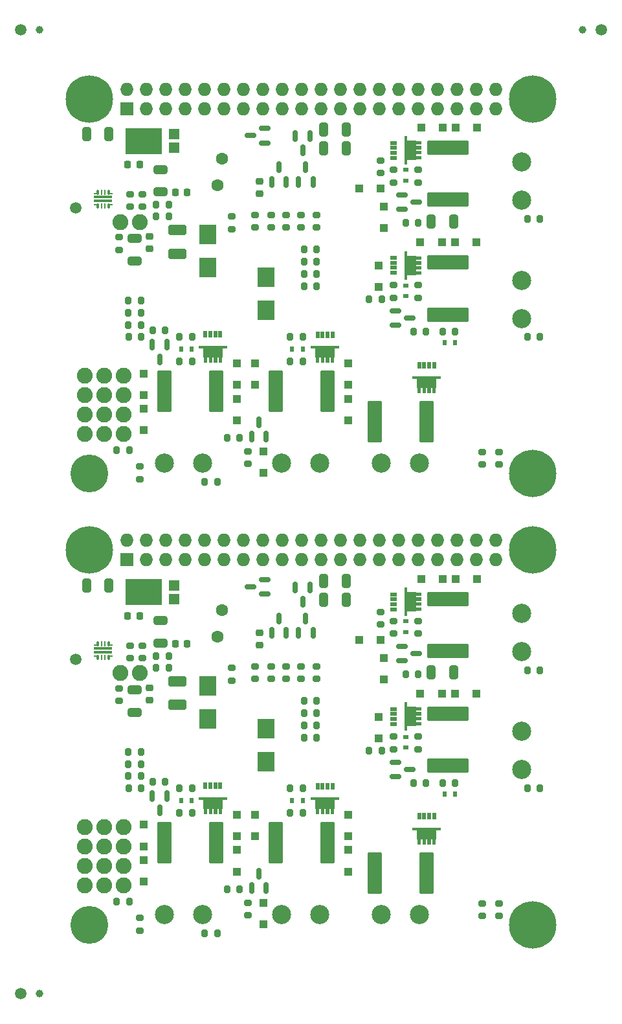
<source format=gbr>
%TF.GenerationSoftware,KiCad,Pcbnew,8.0.2+dfsg-1*%
%TF.CreationDate,2024-06-03T21:11:43+01:00*%
%TF.ProjectId,panel,70616e65-6c2e-46b6-9963-61645f706362,rev?*%
%TF.SameCoordinates,Original*%
%TF.FileFunction,Soldermask,Bot*%
%TF.FilePolarity,Negative*%
%FSLAX46Y46*%
G04 Gerber Fmt 4.6, Leading zero omitted, Abs format (unit mm)*
G04 Created by KiCad (PCBNEW 8.0.2+dfsg-1) date 2024-06-03 21:11:43*
%MOMM*%
%LPD*%
G01*
G04 APERTURE LIST*
G04 Aperture macros list*
%AMRoundRect*
0 Rectangle with rounded corners*
0 $1 Rounding radius*
0 $2 $3 $4 $5 $6 $7 $8 $9 X,Y pos of 4 corners*
0 Add a 4 corners polygon primitive as box body*
4,1,4,$2,$3,$4,$5,$6,$7,$8,$9,$2,$3,0*
0 Add four circle primitives for the rounded corners*
1,1,$1+$1,$2,$3*
1,1,$1+$1,$4,$5*
1,1,$1+$1,$6,$7*
1,1,$1+$1,$8,$9*
0 Add four rect primitives between the rounded corners*
20,1,$1+$1,$2,$3,$4,$5,0*
20,1,$1+$1,$4,$5,$6,$7,0*
20,1,$1+$1,$6,$7,$8,$9,0*
20,1,$1+$1,$8,$9,$2,$3,0*%
%AMFreePoly0*
4,1,5,0.225000,-0.400000,-0.225000,-0.400000,-0.225000,0.400000,0.225000,0.400000,0.225000,-0.400000,0.225000,-0.400000,$1*%
%AMFreePoly1*
4,1,29,0.150000,1.240000,0.200000,1.240000,0.200000,-1.260000,0.150000,-1.260000,0.150000,-1.860000,-0.150000,-1.860000,-0.150000,-1.260000,-1.350000,-1.260000,-1.350000,-1.210000,-2.050000,-1.210000,-2.050000,-0.760000,-1.350000,-0.760000,-1.350000,-0.560000,-2.050000,-0.560000,-2.050000,-0.110000,-1.350000,-0.110000,-1.350000,0.090000,-2.050000,0.090000,-2.050000,0.540000,-1.350000,0.540000,
-1.350000,0.740000,-2.050000,0.740000,-2.050000,1.190000,-1.350000,1.190000,-1.350000,1.240000,-0.150000,1.240000,-0.150000,1.840000,0.150000,1.840000,0.150000,1.240000,0.150000,1.240000,$1*%
G04 Aperture macros list end*
%ADD10C,2.500000*%
%ADD11C,6.200000*%
%ADD12C,4.950000*%
%ADD13C,1.500000*%
%ADD14C,2.082800*%
%ADD15R,1.727200X1.727200*%
%ADD16O,1.727200X1.727200*%
%ADD17FreePoly0,270.000000*%
%ADD18FreePoly1,180.000000*%
%ADD19RoundRect,0.200000X-0.200000X-0.275000X0.200000X-0.275000X0.200000X0.275000X-0.200000X0.275000X0*%
%ADD20RoundRect,0.200000X0.200000X0.275000X-0.200000X0.275000X-0.200000X-0.275000X0.200000X-0.275000X0*%
%ADD21R,0.600000X0.700000*%
%ADD22RoundRect,0.150000X0.150000X-0.587500X0.150000X0.587500X-0.150000X0.587500X-0.150000X-0.587500X0*%
%ADD23RoundRect,0.200000X-0.275000X0.200000X-0.275000X-0.200000X0.275000X-0.200000X0.275000X0.200000X0*%
%ADD24FreePoly0,180.000000*%
%ADD25FreePoly1,90.000000*%
%ADD26RoundRect,0.200000X0.275000X-0.200000X0.275000X0.200000X-0.275000X0.200000X-0.275000X-0.200000X0*%
%ADD27R,1.100000X1.100000*%
%ADD28RoundRect,0.250000X-0.325000X-0.650000X0.325000X-0.650000X0.325000X0.650000X-0.325000X0.650000X0*%
%ADD29RoundRect,0.150000X0.587500X0.150000X-0.587500X0.150000X-0.587500X-0.150000X0.587500X-0.150000X0*%
%ADD30RoundRect,0.225000X0.225000X0.250000X-0.225000X0.250000X-0.225000X-0.250000X0.225000X-0.250000X0*%
%ADD31RoundRect,0.250000X-2.475000X0.712500X-2.475000X-0.712500X2.475000X-0.712500X2.475000X0.712500X0*%
%ADD32R,2.300000X2.500000*%
%ADD33RoundRect,0.225000X-0.250000X0.225000X-0.250000X-0.225000X0.250000X-0.225000X0.250000X0.225000X0*%
%ADD34R,4.860000X3.360000*%
%ADD35R,1.400000X1.390000*%
%ADD36RoundRect,0.050000X0.100000X-0.250000X0.100000X0.250000X-0.100000X0.250000X-0.100000X-0.250000X0*%
%ADD37RoundRect,0.050000X0.275000X-0.075000X0.275000X0.075000X-0.275000X0.075000X-0.275000X-0.075000X0*%
%ADD38RoundRect,0.050000X0.075000X-0.250000X0.075000X0.250000X-0.075000X0.250000X-0.075000X-0.250000X0*%
%ADD39RoundRect,0.050000X1.150000X-0.100000X1.150000X0.100000X-1.150000X0.100000X-1.150000X-0.100000X0*%
%ADD40C,1.600000*%
%ADD41RoundRect,0.250000X-0.712500X-2.475000X0.712500X-2.475000X0.712500X2.475000X-0.712500X2.475000X0*%
%ADD42RoundRect,0.150000X-0.150000X0.587500X-0.150000X-0.587500X0.150000X-0.587500X0.150000X0.587500X0*%
%ADD43RoundRect,0.250000X-0.650000X0.325000X-0.650000X-0.325000X0.650000X-0.325000X0.650000X0.325000X0*%
%ADD44RoundRect,0.150000X-0.587500X-0.150000X0.587500X-0.150000X0.587500X0.150000X-0.587500X0.150000X0*%
%ADD45RoundRect,0.250000X-0.925000X0.412500X-0.925000X-0.412500X0.925000X-0.412500X0.925000X0.412500X0*%
%ADD46RoundRect,0.250000X0.650000X-0.325000X0.650000X0.325000X-0.650000X0.325000X-0.650000X-0.325000X0*%
%ADD47RoundRect,0.225000X-0.225000X-0.250000X0.225000X-0.250000X0.225000X0.250000X-0.225000X0.250000X0*%
%ADD48RoundRect,0.250000X0.325000X0.650000X-0.325000X0.650000X-0.325000X-0.650000X0.325000X-0.650000X0*%
%ADD49C,1.000000*%
%ADD50RoundRect,0.250000X0.712500X2.475000X-0.712500X2.475000X-0.712500X-2.475000X0.712500X-2.475000X0*%
%ADD51R,0.700000X0.600000*%
G04 APERTURE END LIST*
D10*
%TO.C,J8*%
X176050000Y-103750000D03*
X176050000Y-98750000D03*
%TD*%
D11*
%TO.C,PI2*%
X177500000Y-80500000D03*
%TD*%
%TO.C,PI2*%
X177500000Y-139500000D03*
%TD*%
D10*
%TO.C,J7*%
X176050000Y-119200000D03*
X176050000Y-114200000D03*
%TD*%
D11*
%TO.C,PI3*%
X119500000Y-31500000D03*
%TD*%
D12*
%TO.C,PI4*%
X119500000Y-139500000D03*
%TD*%
D10*
%TO.C,J5*%
X144625000Y-138150000D03*
X149625000Y-138150000D03*
%TD*%
D13*
%TO.C,KiKit_TO_2*%
X186500000Y-22500000D03*
%TD*%
D10*
%TO.C,J3*%
X157700000Y-79150000D03*
X162700000Y-79150000D03*
%TD*%
%TO.C,J4*%
X129300000Y-138150000D03*
X134300000Y-138150000D03*
%TD*%
%TO.C,J7*%
X176050000Y-60200000D03*
X176050000Y-55200000D03*
%TD*%
D12*
%TO.C,PI4*%
X119500000Y-80500000D03*
%TD*%
D14*
%TO.C,J1*%
X118920000Y-126670000D03*
X118920000Y-129210000D03*
X118920000Y-131750000D03*
X118920000Y-134290000D03*
%TD*%
D13*
%TO.C,KiKit_TO_1*%
X110500000Y-22500000D03*
%TD*%
D11*
%TO.C,PI3*%
X119500000Y-90500000D03*
%TD*%
D14*
%TO.C,J1*%
X118920000Y-67670000D03*
X118920000Y-70210000D03*
X118920000Y-72750000D03*
X118920000Y-75290000D03*
%TD*%
D10*
%TO.C,J5*%
X144625000Y-79150000D03*
X149625000Y-79150000D03*
%TD*%
D11*
%TO.C,PI1*%
X177500000Y-31500000D03*
%TD*%
D13*
%TO.C,KiKit_TO_3*%
X110500000Y-148500046D03*
%TD*%
D11*
%TO.C,PI1*%
X177500000Y-90500000D03*
%TD*%
D14*
%TO.C,J9*%
X126140000Y-47590000D03*
X123600000Y-47590000D03*
%TD*%
D15*
%TO.C,J2*%
X124370000Y-32770000D03*
D16*
X124370000Y-30230000D03*
X126910000Y-32770000D03*
X126910000Y-30230000D03*
X129450000Y-32770000D03*
X129450000Y-30230000D03*
X131990000Y-32770000D03*
X131990000Y-30230000D03*
X134530000Y-32770000D03*
X134530000Y-30230000D03*
X137070000Y-32770000D03*
X137070000Y-30230000D03*
X139610000Y-32770000D03*
X139610000Y-30230000D03*
X142150000Y-32770000D03*
X142150000Y-30230000D03*
X144690000Y-32770000D03*
X144690000Y-30230000D03*
X147230000Y-32770000D03*
X147230000Y-30230000D03*
X149770000Y-32770000D03*
X149770000Y-30230000D03*
X152310000Y-32770000D03*
X152310000Y-30230000D03*
X154850000Y-32770000D03*
X154850000Y-30230000D03*
X157390000Y-32770000D03*
X157390000Y-30230000D03*
X159930000Y-32770000D03*
X159930000Y-30230000D03*
X162470000Y-32770000D03*
X162470000Y-30230000D03*
X165010000Y-32770000D03*
X165010000Y-30230000D03*
X167550000Y-32770000D03*
X167550000Y-30230000D03*
X170090000Y-32770000D03*
X170090000Y-30230000D03*
X172630000Y-32770000D03*
X172630000Y-30230000D03*
%TD*%
D14*
%TO.C,J9*%
X126140000Y-106590000D03*
X123600000Y-106590000D03*
%TD*%
D10*
%TO.C,J4*%
X129300000Y-79150000D03*
X134300000Y-79150000D03*
%TD*%
%TO.C,J3*%
X157700000Y-138150000D03*
X162700000Y-138150000D03*
%TD*%
D14*
%TO.C,J6*%
X124020000Y-134290000D03*
X121480000Y-134290000D03*
X124020000Y-131750000D03*
X121480000Y-131750000D03*
X124020000Y-129210000D03*
X121480000Y-129210000D03*
X124020000Y-126670000D03*
X121480000Y-126670000D03*
%TD*%
D15*
%TO.C,J2*%
X124370000Y-91770000D03*
D16*
X124370000Y-89230000D03*
X126910000Y-91770000D03*
X126910000Y-89230000D03*
X129450000Y-91770000D03*
X129450000Y-89230000D03*
X131990000Y-91770000D03*
X131990000Y-89230000D03*
X134530000Y-91770000D03*
X134530000Y-89230000D03*
X137070000Y-91770000D03*
X137070000Y-89230000D03*
X139610000Y-91770000D03*
X139610000Y-89230000D03*
X142150000Y-91770000D03*
X142150000Y-89230000D03*
X144690000Y-91770000D03*
X144690000Y-89230000D03*
X147230000Y-91770000D03*
X147230000Y-89230000D03*
X149770000Y-91770000D03*
X149770000Y-89230000D03*
X152310000Y-91770000D03*
X152310000Y-89230000D03*
X154850000Y-91770000D03*
X154850000Y-89230000D03*
X157390000Y-91770000D03*
X157390000Y-89230000D03*
X159930000Y-91770000D03*
X159930000Y-89230000D03*
X162470000Y-91770000D03*
X162470000Y-89230000D03*
X165010000Y-91770000D03*
X165010000Y-89230000D03*
X167550000Y-91770000D03*
X167550000Y-89230000D03*
X170090000Y-91770000D03*
X170090000Y-89230000D03*
X172630000Y-91770000D03*
X172630000Y-89230000D03*
%TD*%
D14*
%TO.C,J6*%
X124020000Y-75290000D03*
X121480000Y-75290000D03*
X124020000Y-72750000D03*
X121480000Y-72750000D03*
X124020000Y-70210000D03*
X121480000Y-70210000D03*
X124020000Y-67670000D03*
X121480000Y-67670000D03*
%TD*%
D10*
%TO.C,J8*%
X176050000Y-44750000D03*
X176050000Y-39750000D03*
%TD*%
D17*
%TO.C,Q7*%
X159250000Y-96275000D03*
D18*
X160900000Y-97260000D03*
D17*
X159250000Y-96925000D03*
X159250000Y-97575000D03*
X159250000Y-98225000D03*
%TD*%
D19*
%TO.C,R27*%
X147575000Y-110200000D03*
X149225000Y-110200000D03*
%TD*%
D20*
%TO.C,R22*%
X162525000Y-106700000D03*
X160875000Y-106700000D03*
%TD*%
D21*
%TO.C,D6*%
X165950000Y-122400000D03*
X167350000Y-122400000D03*
%TD*%
D22*
%TO.C,D33*%
X145250000Y-101337500D03*
X143350000Y-101337500D03*
X144300000Y-99462500D03*
%TD*%
D23*
%TO.C,R3*%
X159300000Y-114875000D03*
X159300000Y-116525000D03*
%TD*%
%TO.C,R36*%
X141200000Y-46687500D03*
X141200000Y-48337500D03*
%TD*%
D24*
%TO.C,Q2*%
X136625000Y-62300000D03*
D25*
X135640000Y-63950000D03*
D24*
X135975000Y-62300000D03*
X135325000Y-62300000D03*
X134675000Y-62300000D03*
%TD*%
D26*
%TO.C,R7*%
X162500000Y-116525000D03*
X162500000Y-114875000D03*
%TD*%
D19*
%TO.C,R6*%
X131275000Y-65800000D03*
X132925000Y-65800000D03*
%TD*%
D27*
%TO.C,D10*%
X138800000Y-70700000D03*
X138800000Y-73500000D03*
%TD*%
D20*
%TO.C,R12*%
X163525000Y-61900000D03*
X161875000Y-61900000D03*
%TD*%
D21*
%TO.C,D2*%
X131500000Y-64200000D03*
X132900000Y-64200000D03*
%TD*%
D27*
%TO.C,D28*%
X158000000Y-45600000D03*
X158000000Y-48400000D03*
%TD*%
D20*
%TO.C,R16*%
X178425000Y-47200000D03*
X176775000Y-47200000D03*
%TD*%
%TO.C,R2*%
X132925000Y-121600000D03*
X131275000Y-121600000D03*
%TD*%
D28*
%TO.C,C12*%
X164225000Y-47500000D03*
X167175000Y-47500000D03*
%TD*%
D27*
%TO.C,D22*%
X162900000Y-35300000D03*
X165700000Y-35300000D03*
%TD*%
D23*
%TO.C,R36*%
X141200000Y-105687500D03*
X141200000Y-107337500D03*
%TD*%
D29*
%TO.C,D35*%
X142437500Y-35350000D03*
X142437500Y-37250000D03*
X140562500Y-36300000D03*
%TD*%
D28*
%TO.C,C10*%
X119125000Y-95125000D03*
X122075000Y-95125000D03*
%TD*%
D21*
%TO.C,D17*%
X146000000Y-64200000D03*
X147400000Y-64200000D03*
%TD*%
D27*
%TO.C,D23*%
X153350000Y-70700000D03*
X153350000Y-73500000D03*
%TD*%
D20*
%TO.C,R12*%
X163525000Y-120900000D03*
X161875000Y-120900000D03*
%TD*%
D30*
%TO.C,C17*%
X126075000Y-99100000D03*
X124525000Y-99100000D03*
%TD*%
D26*
%TO.C,R23*%
X173100000Y-79325000D03*
X173100000Y-77675000D03*
%TD*%
D22*
%TO.C,Q8*%
X142650000Y-134637500D03*
X140750000Y-134637500D03*
X141700000Y-132762500D03*
%TD*%
D31*
%TO.C,F3*%
X166400000Y-111912500D03*
X166400000Y-118687500D03*
%TD*%
D19*
%TO.C,R8*%
X165700000Y-61900000D03*
X167350000Y-61900000D03*
%TD*%
D27*
%TO.C,D25*%
X141200000Y-66100000D03*
X141200000Y-68900000D03*
%TD*%
D32*
%TO.C,D7*%
X142600000Y-118150000D03*
X142600000Y-113850000D03*
%TD*%
D13*
%TO.C,TP1*%
X117700000Y-104800000D03*
%TD*%
D26*
%TO.C,R20*%
X157600000Y-100225000D03*
X157600000Y-98575000D03*
%TD*%
D27*
%TO.C,D28*%
X158000000Y-104600000D03*
X158000000Y-107400000D03*
%TD*%
D33*
%TO.C,C7*%
X141800000Y-101325000D03*
X141800000Y-102875000D03*
%TD*%
D27*
%TO.C,D9*%
X162800000Y-50250000D03*
X165600000Y-50250000D03*
%TD*%
%TO.C,D23*%
X153350000Y-129700000D03*
X153350000Y-132500000D03*
%TD*%
D22*
%TO.C,Q8*%
X142650000Y-75637500D03*
X140750000Y-75637500D03*
X141700000Y-73762500D03*
%TD*%
D21*
%TO.C,D6*%
X165950000Y-63400000D03*
X167350000Y-63400000D03*
%TD*%
D34*
%TO.C,D36*%
X126580000Y-37000000D03*
D35*
X130562000Y-36080000D03*
X130562000Y-37920000D03*
%TD*%
D36*
%TO.C,U3*%
X122000000Y-104500000D03*
D37*
X122175000Y-104325000D03*
D38*
X121525000Y-104500000D03*
X121075000Y-104500000D03*
D36*
X120600000Y-104500000D03*
D37*
X120425000Y-104325000D03*
D39*
X121300000Y-103850000D03*
X121300000Y-103350000D03*
D37*
X120425000Y-102875000D03*
D36*
X120600000Y-102700000D03*
D38*
X121075000Y-102700000D03*
X121525000Y-102700000D03*
D37*
X122175000Y-102875000D03*
D36*
X122000000Y-102700000D03*
%TD*%
D23*
%TO.C,R35*%
X143300000Y-46675000D03*
X143300000Y-48325000D03*
%TD*%
D27*
%TO.C,D13*%
X157300000Y-112300000D03*
X157300000Y-115100000D03*
%TD*%
D20*
%TO.C,R2*%
X132925000Y-62600000D03*
X131275000Y-62600000D03*
%TD*%
D23*
%TO.C,R37*%
X138100000Y-105875000D03*
X138100000Y-107525000D03*
%TD*%
D40*
%TO.C,C8*%
X136250000Y-42800000D03*
X136857769Y-39353173D03*
%TD*%
D27*
%TO.C,D26*%
X154800000Y-43200000D03*
X157600000Y-43200000D03*
%TD*%
D41*
%TO.C,F1*%
X156812500Y-132700000D03*
X163587500Y-132700000D03*
%TD*%
D42*
%TO.C,D34*%
X146450000Y-36362500D03*
X148350000Y-36362500D03*
X147400000Y-38237500D03*
%TD*%
D19*
%TO.C,R17*%
X145775000Y-65800000D03*
X147425000Y-65800000D03*
%TD*%
D27*
%TO.C,D26*%
X154800000Y-102200000D03*
X157600000Y-102200000D03*
%TD*%
%TO.C,D21*%
X153350000Y-66100000D03*
X153350000Y-68900000D03*
%TD*%
D20*
%TO.C,R19*%
X136225000Y-81600000D03*
X134575000Y-81600000D03*
%TD*%
D43*
%TO.C,C20*%
X125400000Y-108725000D03*
X125400000Y-111675000D03*
%TD*%
D26*
%TO.C,R45*%
X126400000Y-104625000D03*
X126400000Y-102975000D03*
%TD*%
D20*
%TO.C,R10*%
X157725000Y-57700000D03*
X156075000Y-57700000D03*
%TD*%
D13*
%TO.C,TP1*%
X117700000Y-45800000D03*
%TD*%
D23*
%TO.C,R32*%
X149200000Y-46675000D03*
X149200000Y-48325000D03*
%TD*%
D44*
%TO.C,Q9*%
X160362500Y-104950000D03*
X160362500Y-103050000D03*
X162237500Y-104000000D03*
%TD*%
D26*
%TO.C,R18*%
X162500000Y-101425000D03*
X162500000Y-99775000D03*
%TD*%
D24*
%TO.C,Q6*%
X151300000Y-62350000D03*
D25*
X150315000Y-64000000D03*
D24*
X150650000Y-62350000D03*
X150000000Y-62350000D03*
X149350000Y-62350000D03*
%TD*%
D27*
%TO.C,D13*%
X157300000Y-53300000D03*
X157300000Y-56100000D03*
%TD*%
D23*
%TO.C,R32*%
X149200000Y-105675000D03*
X149200000Y-107325000D03*
%TD*%
D45*
%TO.C,C13*%
X131000000Y-107662500D03*
X131000000Y-110737500D03*
%TD*%
D26*
%TO.C,R23*%
X173100000Y-138325000D03*
X173100000Y-136675000D03*
%TD*%
D23*
%TO.C,R34*%
X145200000Y-105687500D03*
X145200000Y-107337500D03*
%TD*%
D32*
%TO.C,D16*%
X135000000Y-108250000D03*
X135000000Y-112550000D03*
%TD*%
D20*
%TO.C,R11*%
X129425000Y-61800000D03*
X127775000Y-61800000D03*
%TD*%
D19*
%TO.C,R26*%
X147575000Y-111800000D03*
X149225000Y-111800000D03*
%TD*%
%TO.C,R21*%
X137525000Y-75850000D03*
X139175000Y-75850000D03*
%TD*%
%TO.C,R25*%
X147575000Y-113400000D03*
X149225000Y-113400000D03*
%TD*%
D17*
%TO.C,Q7*%
X159250000Y-37275000D03*
D18*
X160900000Y-38260000D03*
D17*
X159250000Y-37925000D03*
X159250000Y-38575000D03*
X159250000Y-39225000D03*
%TD*%
D27*
%TO.C,D25*%
X141200000Y-125100000D03*
X141200000Y-127900000D03*
%TD*%
D41*
%TO.C,F1*%
X156812500Y-73700000D03*
X163587500Y-73700000D03*
%TD*%
D28*
%TO.C,C12*%
X164225000Y-106500000D03*
X167175000Y-106500000D03*
%TD*%
D26*
%TO.C,R15*%
X140200000Y-79225000D03*
X140200000Y-77575000D03*
%TD*%
D31*
%TO.C,F5*%
X166400000Y-96912500D03*
X166400000Y-103687500D03*
%TD*%
D23*
%TO.C,R37*%
X138100000Y-46875000D03*
X138100000Y-48525000D03*
%TD*%
D44*
%TO.C,Q5*%
X159512500Y-61100000D03*
X159512500Y-59200000D03*
X161387500Y-60150000D03*
%TD*%
D46*
%TO.C,C19*%
X128800000Y-102675000D03*
X128800000Y-99725000D03*
%TD*%
D20*
%TO.C,R19*%
X136225000Y-140600000D03*
X134575000Y-140600000D03*
%TD*%
D45*
%TO.C,C13*%
X131000000Y-48662500D03*
X131000000Y-51737500D03*
%TD*%
D27*
%TO.C,D11*%
X167350000Y-50250000D03*
X170150000Y-50250000D03*
%TD*%
D23*
%TO.C,R42*%
X124850000Y-43975000D03*
X124850000Y-45625000D03*
%TD*%
D19*
%TO.C,R25*%
X147575000Y-54400000D03*
X149225000Y-54400000D03*
%TD*%
D31*
%TO.C,F5*%
X166400000Y-37912500D03*
X166400000Y-44687500D03*
%TD*%
D33*
%TO.C,C7*%
X141800000Y-42325000D03*
X141800000Y-43875000D03*
%TD*%
D47*
%TO.C,C24*%
X130725000Y-102750000D03*
X132275000Y-102750000D03*
%TD*%
D27*
%TO.C,D24*%
X167400000Y-35300000D03*
X170200000Y-35300000D03*
%TD*%
D34*
%TO.C,D36*%
X126580000Y-96000000D03*
D35*
X130562000Y-95080000D03*
X130562000Y-96920000D03*
%TD*%
D19*
%TO.C,R24*%
X147575000Y-56000000D03*
X149225000Y-56000000D03*
%TD*%
D26*
%TO.C,R45*%
X126400000Y-45625000D03*
X126400000Y-43975000D03*
%TD*%
D48*
%TO.C,C2*%
X153075000Y-38000000D03*
X150125000Y-38000000D03*
%TD*%
D27*
%TO.C,D14*%
X126600000Y-72000000D03*
X126600000Y-74800000D03*
%TD*%
D48*
%TO.C,C4*%
X153075000Y-94500000D03*
X150125000Y-94500000D03*
%TD*%
D20*
%TO.C,R5*%
X178425000Y-62600000D03*
X176775000Y-62600000D03*
%TD*%
D23*
%TO.C,R14*%
X159300000Y-99775000D03*
X159300000Y-101425000D03*
%TD*%
D27*
%TO.C,D12*%
X126600000Y-126400000D03*
X126600000Y-129200000D03*
%TD*%
%TO.C,D12*%
X126600000Y-67400000D03*
X126600000Y-70200000D03*
%TD*%
%TO.C,D10*%
X138800000Y-129700000D03*
X138800000Y-132500000D03*
%TD*%
D20*
%TO.C,R10*%
X157725000Y-116700000D03*
X156075000Y-116700000D03*
%TD*%
D30*
%TO.C,C17*%
X126075000Y-40100000D03*
X124525000Y-40100000D03*
%TD*%
D20*
%TO.C,R31*%
X126275000Y-62625000D03*
X124625000Y-62625000D03*
%TD*%
D27*
%TO.C,D27*%
X142275000Y-136600000D03*
X142275000Y-139400000D03*
%TD*%
D26*
%TO.C,R4*%
X126100000Y-81225000D03*
X126100000Y-79575000D03*
%TD*%
%TO.C,R18*%
X162500000Y-42425000D03*
X162500000Y-40775000D03*
%TD*%
D20*
%TO.C,R22*%
X162525000Y-47700000D03*
X160875000Y-47700000D03*
%TD*%
D22*
%TO.C,D32*%
X148750000Y-42337500D03*
X146850000Y-42337500D03*
X147800000Y-40462500D03*
%TD*%
D19*
%TO.C,R8*%
X165700000Y-120900000D03*
X167350000Y-120900000D03*
%TD*%
D20*
%TO.C,R30*%
X126250000Y-61050000D03*
X124600000Y-61050000D03*
%TD*%
D49*
%TO.C,KiKit_FID_B_1*%
X113000000Y-22500000D03*
%TD*%
D24*
%TO.C,Q1*%
X164600000Y-125292500D03*
D25*
X163615000Y-126942500D03*
D24*
X163950000Y-125292500D03*
X163300000Y-125292500D03*
X162650000Y-125292500D03*
%TD*%
D50*
%TO.C,F2*%
X136087500Y-128700000D03*
X129312500Y-128700000D03*
%TD*%
D23*
%TO.C,R3*%
X159300000Y-55875000D03*
X159300000Y-57525000D03*
%TD*%
D27*
%TO.C,D8*%
X138800000Y-125100000D03*
X138800000Y-127900000D03*
%TD*%
D20*
%TO.C,R16*%
X178425000Y-106200000D03*
X176775000Y-106200000D03*
%TD*%
D42*
%TO.C,Q4*%
X127750000Y-63662500D03*
X129650000Y-63662500D03*
X128700000Y-65537500D03*
%TD*%
D27*
%TO.C,D11*%
X167350000Y-109250000D03*
X170150000Y-109250000D03*
%TD*%
D23*
%TO.C,R33*%
X147200000Y-46687500D03*
X147200000Y-48337500D03*
%TD*%
D26*
%TO.C,R4*%
X126100000Y-140225000D03*
X126100000Y-138575000D03*
%TD*%
D22*
%TO.C,D33*%
X145250000Y-42337500D03*
X143350000Y-42337500D03*
X144300000Y-40462500D03*
%TD*%
D20*
%TO.C,R5*%
X178425000Y-121600000D03*
X176775000Y-121600000D03*
%TD*%
D50*
%TO.C,F4*%
X150637500Y-128700000D03*
X143862500Y-128700000D03*
%TD*%
D49*
%TO.C,KiKit_FID_B_3*%
X113000000Y-148500046D03*
%TD*%
D42*
%TO.C,D34*%
X146450000Y-95362500D03*
X148350000Y-95362500D03*
X147400000Y-97237500D03*
%TD*%
D20*
%TO.C,R13*%
X147425000Y-62600000D03*
X145775000Y-62600000D03*
%TD*%
D50*
%TO.C,F4*%
X150637500Y-69700000D03*
X143862500Y-69700000D03*
%TD*%
D29*
%TO.C,D35*%
X142437500Y-94350000D03*
X142437500Y-96250000D03*
X140562500Y-95300000D03*
%TD*%
D23*
%TO.C,R42*%
X124850000Y-102975000D03*
X124850000Y-104625000D03*
%TD*%
D49*
%TO.C,KiKit_FID_B_2*%
X184000000Y-22500000D03*
%TD*%
D19*
%TO.C,R26*%
X147575000Y-52800000D03*
X149225000Y-52800000D03*
%TD*%
D31*
%TO.C,F3*%
X166400000Y-52912500D03*
X166400000Y-59687500D03*
%TD*%
D26*
%TO.C,R20*%
X157600000Y-41225000D03*
X157600000Y-39575000D03*
%TD*%
D20*
%TO.C,R43*%
X129875000Y-105900000D03*
X128225000Y-105900000D03*
%TD*%
D26*
%TO.C,R1*%
X170900000Y-79325000D03*
X170900000Y-77675000D03*
%TD*%
D27*
%TO.C,D8*%
X138800000Y-66100000D03*
X138800000Y-68900000D03*
%TD*%
D26*
%TO.C,R46*%
X123400000Y-110225000D03*
X123400000Y-108575000D03*
%TD*%
D51*
%TO.C,D3*%
X160900000Y-116300000D03*
X160900000Y-114900000D03*
%TD*%
D20*
%TO.C,R38*%
X126250000Y-116875000D03*
X124600000Y-116875000D03*
%TD*%
D48*
%TO.C,C4*%
X153075000Y-35500000D03*
X150125000Y-35500000D03*
%TD*%
D36*
%TO.C,U3*%
X122000000Y-45500000D03*
D37*
X122175000Y-45325000D03*
D38*
X121525000Y-45500000D03*
X121075000Y-45500000D03*
D36*
X120600000Y-45500000D03*
D37*
X120425000Y-45325000D03*
D39*
X121300000Y-44850000D03*
X121300000Y-44350000D03*
D37*
X120425000Y-43875000D03*
D36*
X120600000Y-43700000D03*
D38*
X121075000Y-43700000D03*
X121525000Y-43700000D03*
D37*
X122175000Y-43875000D03*
D36*
X122000000Y-43700000D03*
%TD*%
D27*
%TO.C,D21*%
X153350000Y-125100000D03*
X153350000Y-127900000D03*
%TD*%
D21*
%TO.C,D17*%
X146000000Y-123200000D03*
X147400000Y-123200000D03*
%TD*%
D20*
%TO.C,R41*%
X129875000Y-45350000D03*
X128225000Y-45350000D03*
%TD*%
D19*
%TO.C,R27*%
X147575000Y-51200000D03*
X149225000Y-51200000D03*
%TD*%
D23*
%TO.C,R33*%
X147200000Y-105687500D03*
X147200000Y-107337500D03*
%TD*%
D27*
%TO.C,D14*%
X126600000Y-131000000D03*
X126600000Y-133800000D03*
%TD*%
D26*
%TO.C,R1*%
X170900000Y-138325000D03*
X170900000Y-136675000D03*
%TD*%
D20*
%TO.C,R9*%
X124725000Y-136400000D03*
X123075000Y-136400000D03*
%TD*%
D51*
%TO.C,D18*%
X160900000Y-101200000D03*
X160900000Y-99800000D03*
%TD*%
%TO.C,D3*%
X160900000Y-57300000D03*
X160900000Y-55900000D03*
%TD*%
D27*
%TO.C,D9*%
X162800000Y-109250000D03*
X165600000Y-109250000D03*
%TD*%
D20*
%TO.C,R29*%
X126250000Y-59475000D03*
X124600000Y-59475000D03*
%TD*%
D17*
%TO.C,Q3*%
X159250000Y-111275000D03*
D18*
X160900000Y-112260000D03*
D17*
X159250000Y-111925000D03*
X159250000Y-112575000D03*
X159250000Y-113225000D03*
%TD*%
D20*
%TO.C,R43*%
X129875000Y-46900000D03*
X128225000Y-46900000D03*
%TD*%
D44*
%TO.C,Q5*%
X159512500Y-120100000D03*
X159512500Y-118200000D03*
X161387500Y-119150000D03*
%TD*%
D19*
%TO.C,R17*%
X145775000Y-124800000D03*
X147425000Y-124800000D03*
%TD*%
D50*
%TO.C,F2*%
X136087500Y-69700000D03*
X129312500Y-69700000D03*
%TD*%
D24*
%TO.C,Q1*%
X164600000Y-66292500D03*
D25*
X163615000Y-67942500D03*
D24*
X163950000Y-66292500D03*
X163300000Y-66292500D03*
X162650000Y-66292500D03*
%TD*%
D40*
%TO.C,C8*%
X136250000Y-101800000D03*
X136857769Y-98353173D03*
%TD*%
D20*
%TO.C,R13*%
X147425000Y-121600000D03*
X145775000Y-121600000D03*
%TD*%
%TO.C,R41*%
X129875000Y-104350000D03*
X128225000Y-104350000D03*
%TD*%
%TO.C,R31*%
X126275000Y-121625000D03*
X124625000Y-121625000D03*
%TD*%
D26*
%TO.C,R15*%
X140200000Y-138225000D03*
X140200000Y-136575000D03*
%TD*%
D42*
%TO.C,Q4*%
X127750000Y-122662500D03*
X129650000Y-122662500D03*
X128700000Y-124537500D03*
%TD*%
D27*
%TO.C,D24*%
X167400000Y-94300000D03*
X170200000Y-94300000D03*
%TD*%
D23*
%TO.C,R34*%
X145200000Y-46687500D03*
X145200000Y-48337500D03*
%TD*%
D46*
%TO.C,C19*%
X128800000Y-43675000D03*
X128800000Y-40725000D03*
%TD*%
D21*
%TO.C,D2*%
X131500000Y-123200000D03*
X132900000Y-123200000D03*
%TD*%
D27*
%TO.C,D27*%
X142275000Y-77600000D03*
X142275000Y-80400000D03*
%TD*%
D33*
%TO.C,C9*%
X127400000Y-49525000D03*
X127400000Y-51075000D03*
%TD*%
D44*
%TO.C,Q9*%
X160362500Y-45950000D03*
X160362500Y-44050000D03*
X162237500Y-45000000D03*
%TD*%
D19*
%TO.C,R21*%
X137525000Y-134850000D03*
X139175000Y-134850000D03*
%TD*%
D22*
%TO.C,D32*%
X148750000Y-101337500D03*
X146850000Y-101337500D03*
X147800000Y-99462500D03*
%TD*%
D20*
%TO.C,R11*%
X129425000Y-120800000D03*
X127775000Y-120800000D03*
%TD*%
D43*
%TO.C,C20*%
X125400000Y-49725000D03*
X125400000Y-52675000D03*
%TD*%
D27*
%TO.C,D22*%
X162900000Y-94300000D03*
X165700000Y-94300000D03*
%TD*%
D48*
%TO.C,C2*%
X153075000Y-97000000D03*
X150125000Y-97000000D03*
%TD*%
D20*
%TO.C,R38*%
X126250000Y-57875000D03*
X124600000Y-57875000D03*
%TD*%
D23*
%TO.C,R35*%
X143300000Y-105675000D03*
X143300000Y-107325000D03*
%TD*%
D26*
%TO.C,R7*%
X162500000Y-57525000D03*
X162500000Y-55875000D03*
%TD*%
D33*
%TO.C,C9*%
X127400000Y-108525000D03*
X127400000Y-110075000D03*
%TD*%
D23*
%TO.C,R14*%
X159300000Y-40775000D03*
X159300000Y-42425000D03*
%TD*%
D17*
%TO.C,Q3*%
X159250000Y-52275000D03*
D18*
X160900000Y-53260000D03*
D17*
X159250000Y-52925000D03*
X159250000Y-53575000D03*
X159250000Y-54225000D03*
%TD*%
D51*
%TO.C,D18*%
X160900000Y-42200000D03*
X160900000Y-40800000D03*
%TD*%
D28*
%TO.C,C10*%
X119125000Y-36125000D03*
X122075000Y-36125000D03*
%TD*%
D26*
%TO.C,R46*%
X123400000Y-51225000D03*
X123400000Y-49575000D03*
%TD*%
D47*
%TO.C,C24*%
X130725000Y-43750000D03*
X132275000Y-43750000D03*
%TD*%
D24*
%TO.C,Q6*%
X151300000Y-121350000D03*
D25*
X150315000Y-123000000D03*
D24*
X150650000Y-121350000D03*
X150000000Y-121350000D03*
X149350000Y-121350000D03*
%TD*%
D20*
%TO.C,R30*%
X126250000Y-120050000D03*
X124600000Y-120050000D03*
%TD*%
D32*
%TO.C,D16*%
X135000000Y-49250000D03*
X135000000Y-53550000D03*
%TD*%
D19*
%TO.C,R6*%
X131275000Y-124800000D03*
X132925000Y-124800000D03*
%TD*%
%TO.C,R24*%
X147575000Y-115000000D03*
X149225000Y-115000000D03*
%TD*%
D24*
%TO.C,Q2*%
X136625000Y-121300000D03*
D25*
X135640000Y-122950000D03*
D24*
X135975000Y-121300000D03*
X135325000Y-121300000D03*
X134675000Y-121300000D03*
%TD*%
D20*
%TO.C,R9*%
X124725000Y-77400000D03*
X123075000Y-77400000D03*
%TD*%
%TO.C,R29*%
X126250000Y-118475000D03*
X124600000Y-118475000D03*
%TD*%
D32*
%TO.C,D7*%
X142600000Y-59150000D03*
X142600000Y-54850000D03*
%TD*%
M02*

</source>
